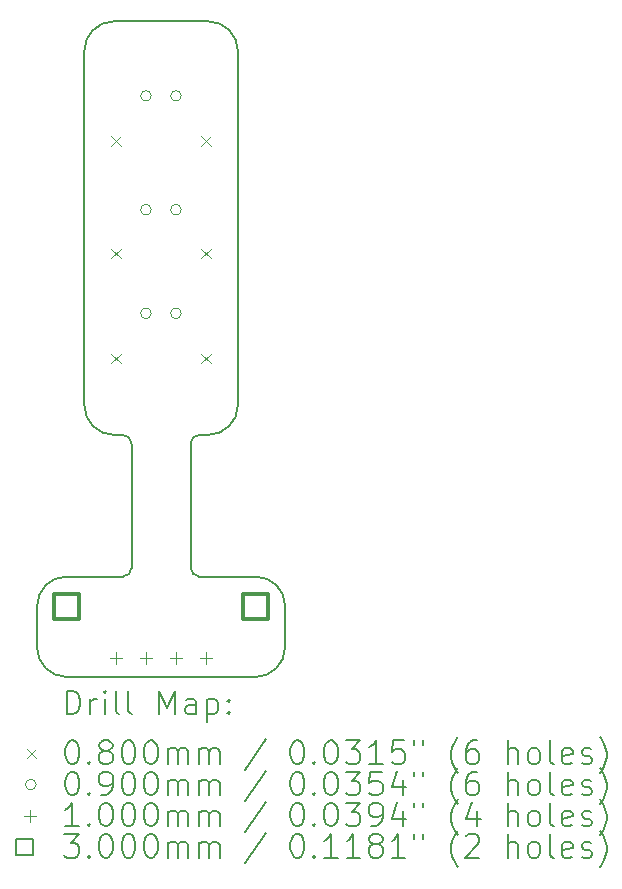
<source format=gbr>
%FSLAX45Y45*%
G04 Gerber Fmt 4.5, Leading zero omitted, Abs format (unit mm)*
G04 Created by KiCad (PCBNEW 6.0.5-a6ca702e91~116~ubuntu20.04.1) date 2022-06-20 08:29:19*
%MOMM*%
%LPD*%
G01*
G04 APERTURE LIST*
%TA.AperFunction,Profile*%
%ADD10C,0.150000*%
%TD*%
%ADD11C,0.200000*%
%ADD12C,0.080000*%
%ADD13C,0.090000*%
%ADD14C,0.100000*%
%ADD15C,0.300000*%
G04 APERTURE END LIST*
D10*
X10250000Y-9150000D02*
X10725000Y-9150000D01*
X12100000Y-9750000D02*
X12100000Y-9400000D01*
X10650000Y-4450000D02*
X11450000Y-4450000D01*
X10400000Y-7700000D02*
X10400000Y-4700000D01*
X11375000Y-9150000D02*
X11850000Y-9150000D01*
X11300000Y-9075000D02*
G75*
G03*
X11375000Y-9150000I75000J0D01*
G01*
X10725000Y-9150000D02*
G75*
G03*
X10800000Y-9075000I0J75000D01*
G01*
X10800000Y-8025000D02*
X10800000Y-9075000D01*
X11300000Y-8025000D02*
X11300000Y-9075000D01*
X11375000Y-7950000D02*
G75*
G03*
X11300000Y-8025000I0J-75000D01*
G01*
X10800000Y-8025000D02*
G75*
G03*
X10725000Y-7950000I-75000J0D01*
G01*
X10650000Y-7950000D02*
X10725000Y-7950000D01*
X11375000Y-7950000D02*
X11450000Y-7950000D01*
X10400000Y-7700000D02*
G75*
G03*
X10650000Y-7950000I250000J0D01*
G01*
X11450000Y-7950000D02*
G75*
G03*
X11700000Y-7700000I0J250000D01*
G01*
X11700000Y-7700000D02*
X11700000Y-4700000D01*
X10650000Y-4450000D02*
G75*
G03*
X10400000Y-4700000I0J-250000D01*
G01*
X11700000Y-4700000D02*
G75*
G03*
X11450000Y-4450000I-250000J0D01*
G01*
X12100000Y-9400000D02*
G75*
G03*
X11850000Y-9150000I-250000J0D01*
G01*
X10250000Y-9150000D02*
G75*
G03*
X10000000Y-9400000I0J-250000D01*
G01*
X10000000Y-9750000D02*
X10000000Y-9400000D01*
X10000000Y-9750000D02*
G75*
G03*
X10250000Y-10000000I250000J0D01*
G01*
X10250000Y-10000000D02*
X11850000Y-10000000D01*
X11850000Y-10000000D02*
G75*
G03*
X12100000Y-9750000I0J250000D01*
G01*
D11*
D12*
X10628000Y-5421000D02*
X10708000Y-5501000D01*
X10708000Y-5421000D02*
X10628000Y-5501000D01*
X10628000Y-6373500D02*
X10708000Y-6453500D01*
X10708000Y-6373500D02*
X10628000Y-6453500D01*
X10628000Y-7262500D02*
X10708000Y-7342500D01*
X10708000Y-7262500D02*
X10628000Y-7342500D01*
X11390000Y-5421000D02*
X11470000Y-5501000D01*
X11470000Y-5421000D02*
X11390000Y-5501000D01*
X11390000Y-6373500D02*
X11470000Y-6453500D01*
X11470000Y-6373500D02*
X11390000Y-6453500D01*
X11390000Y-7262500D02*
X11470000Y-7342500D01*
X11470000Y-7262500D02*
X11390000Y-7342500D01*
D13*
X10967000Y-5080000D02*
G75*
G03*
X10967000Y-5080000I-45000J0D01*
G01*
X10967000Y-6044500D02*
G75*
G03*
X10967000Y-6044500I-45000J0D01*
G01*
X10967000Y-6921500D02*
G75*
G03*
X10967000Y-6921500I-45000J0D01*
G01*
X11221000Y-5080000D02*
G75*
G03*
X11221000Y-5080000I-45000J0D01*
G01*
X11221000Y-6044500D02*
G75*
G03*
X11221000Y-6044500I-45000J0D01*
G01*
X11221000Y-6921500D02*
G75*
G03*
X11221000Y-6921500I-45000J0D01*
G01*
D14*
X10668000Y-9792500D02*
X10668000Y-9892500D01*
X10618000Y-9842500D02*
X10718000Y-9842500D01*
X10922000Y-9792500D02*
X10922000Y-9892500D01*
X10872000Y-9842500D02*
X10972000Y-9842500D01*
X11176000Y-9792500D02*
X11176000Y-9892500D01*
X11126000Y-9842500D02*
X11226000Y-9842500D01*
X11430000Y-9792500D02*
X11430000Y-9892500D01*
X11380000Y-9842500D02*
X11480000Y-9842500D01*
D15*
X10356067Y-9506067D02*
X10356067Y-9293933D01*
X10143933Y-9293933D01*
X10143933Y-9506067D01*
X10356067Y-9506067D01*
X11956067Y-9506067D02*
X11956067Y-9293933D01*
X11743933Y-9293933D01*
X11743933Y-9506067D01*
X11956067Y-9506067D01*
D11*
X10250119Y-10317976D02*
X10250119Y-10117976D01*
X10297738Y-10117976D01*
X10326310Y-10127500D01*
X10345357Y-10146548D01*
X10354881Y-10165595D01*
X10364405Y-10203690D01*
X10364405Y-10232262D01*
X10354881Y-10270357D01*
X10345357Y-10289405D01*
X10326310Y-10308452D01*
X10297738Y-10317976D01*
X10250119Y-10317976D01*
X10450119Y-10317976D02*
X10450119Y-10184643D01*
X10450119Y-10222738D02*
X10459643Y-10203690D01*
X10469167Y-10194167D01*
X10488214Y-10184643D01*
X10507262Y-10184643D01*
X10573929Y-10317976D02*
X10573929Y-10184643D01*
X10573929Y-10117976D02*
X10564405Y-10127500D01*
X10573929Y-10137024D01*
X10583452Y-10127500D01*
X10573929Y-10117976D01*
X10573929Y-10137024D01*
X10697738Y-10317976D02*
X10678690Y-10308452D01*
X10669167Y-10289405D01*
X10669167Y-10117976D01*
X10802500Y-10317976D02*
X10783452Y-10308452D01*
X10773929Y-10289405D01*
X10773929Y-10117976D01*
X11031071Y-10317976D02*
X11031071Y-10117976D01*
X11097738Y-10260833D01*
X11164405Y-10117976D01*
X11164405Y-10317976D01*
X11345357Y-10317976D02*
X11345357Y-10213214D01*
X11335833Y-10194167D01*
X11316786Y-10184643D01*
X11278690Y-10184643D01*
X11259643Y-10194167D01*
X11345357Y-10308452D02*
X11326309Y-10317976D01*
X11278690Y-10317976D01*
X11259643Y-10308452D01*
X11250119Y-10289405D01*
X11250119Y-10270357D01*
X11259643Y-10251310D01*
X11278690Y-10241786D01*
X11326309Y-10241786D01*
X11345357Y-10232262D01*
X11440595Y-10184643D02*
X11440595Y-10384643D01*
X11440595Y-10194167D02*
X11459643Y-10184643D01*
X11497738Y-10184643D01*
X11516786Y-10194167D01*
X11526309Y-10203690D01*
X11535833Y-10222738D01*
X11535833Y-10279881D01*
X11526309Y-10298929D01*
X11516786Y-10308452D01*
X11497738Y-10317976D01*
X11459643Y-10317976D01*
X11440595Y-10308452D01*
X11621548Y-10298929D02*
X11631071Y-10308452D01*
X11621548Y-10317976D01*
X11612024Y-10308452D01*
X11621548Y-10298929D01*
X11621548Y-10317976D01*
X11621548Y-10194167D02*
X11631071Y-10203690D01*
X11621548Y-10213214D01*
X11612024Y-10203690D01*
X11621548Y-10194167D01*
X11621548Y-10213214D01*
D12*
X9912500Y-10607500D02*
X9992500Y-10687500D01*
X9992500Y-10607500D02*
X9912500Y-10687500D01*
D11*
X10288214Y-10537976D02*
X10307262Y-10537976D01*
X10326310Y-10547500D01*
X10335833Y-10557024D01*
X10345357Y-10576071D01*
X10354881Y-10614167D01*
X10354881Y-10661786D01*
X10345357Y-10699881D01*
X10335833Y-10718929D01*
X10326310Y-10728452D01*
X10307262Y-10737976D01*
X10288214Y-10737976D01*
X10269167Y-10728452D01*
X10259643Y-10718929D01*
X10250119Y-10699881D01*
X10240595Y-10661786D01*
X10240595Y-10614167D01*
X10250119Y-10576071D01*
X10259643Y-10557024D01*
X10269167Y-10547500D01*
X10288214Y-10537976D01*
X10440595Y-10718929D02*
X10450119Y-10728452D01*
X10440595Y-10737976D01*
X10431071Y-10728452D01*
X10440595Y-10718929D01*
X10440595Y-10737976D01*
X10564405Y-10623690D02*
X10545357Y-10614167D01*
X10535833Y-10604643D01*
X10526310Y-10585595D01*
X10526310Y-10576071D01*
X10535833Y-10557024D01*
X10545357Y-10547500D01*
X10564405Y-10537976D01*
X10602500Y-10537976D01*
X10621548Y-10547500D01*
X10631071Y-10557024D01*
X10640595Y-10576071D01*
X10640595Y-10585595D01*
X10631071Y-10604643D01*
X10621548Y-10614167D01*
X10602500Y-10623690D01*
X10564405Y-10623690D01*
X10545357Y-10633214D01*
X10535833Y-10642738D01*
X10526310Y-10661786D01*
X10526310Y-10699881D01*
X10535833Y-10718929D01*
X10545357Y-10728452D01*
X10564405Y-10737976D01*
X10602500Y-10737976D01*
X10621548Y-10728452D01*
X10631071Y-10718929D01*
X10640595Y-10699881D01*
X10640595Y-10661786D01*
X10631071Y-10642738D01*
X10621548Y-10633214D01*
X10602500Y-10623690D01*
X10764405Y-10537976D02*
X10783452Y-10537976D01*
X10802500Y-10547500D01*
X10812024Y-10557024D01*
X10821548Y-10576071D01*
X10831071Y-10614167D01*
X10831071Y-10661786D01*
X10821548Y-10699881D01*
X10812024Y-10718929D01*
X10802500Y-10728452D01*
X10783452Y-10737976D01*
X10764405Y-10737976D01*
X10745357Y-10728452D01*
X10735833Y-10718929D01*
X10726310Y-10699881D01*
X10716786Y-10661786D01*
X10716786Y-10614167D01*
X10726310Y-10576071D01*
X10735833Y-10557024D01*
X10745357Y-10547500D01*
X10764405Y-10537976D01*
X10954881Y-10537976D02*
X10973929Y-10537976D01*
X10992976Y-10547500D01*
X11002500Y-10557024D01*
X11012024Y-10576071D01*
X11021548Y-10614167D01*
X11021548Y-10661786D01*
X11012024Y-10699881D01*
X11002500Y-10718929D01*
X10992976Y-10728452D01*
X10973929Y-10737976D01*
X10954881Y-10737976D01*
X10935833Y-10728452D01*
X10926310Y-10718929D01*
X10916786Y-10699881D01*
X10907262Y-10661786D01*
X10907262Y-10614167D01*
X10916786Y-10576071D01*
X10926310Y-10557024D01*
X10935833Y-10547500D01*
X10954881Y-10537976D01*
X11107262Y-10737976D02*
X11107262Y-10604643D01*
X11107262Y-10623690D02*
X11116786Y-10614167D01*
X11135833Y-10604643D01*
X11164405Y-10604643D01*
X11183452Y-10614167D01*
X11192976Y-10633214D01*
X11192976Y-10737976D01*
X11192976Y-10633214D02*
X11202500Y-10614167D01*
X11221548Y-10604643D01*
X11250119Y-10604643D01*
X11269167Y-10614167D01*
X11278690Y-10633214D01*
X11278690Y-10737976D01*
X11373928Y-10737976D02*
X11373928Y-10604643D01*
X11373928Y-10623690D02*
X11383452Y-10614167D01*
X11402500Y-10604643D01*
X11431071Y-10604643D01*
X11450119Y-10614167D01*
X11459643Y-10633214D01*
X11459643Y-10737976D01*
X11459643Y-10633214D02*
X11469167Y-10614167D01*
X11488214Y-10604643D01*
X11516786Y-10604643D01*
X11535833Y-10614167D01*
X11545357Y-10633214D01*
X11545357Y-10737976D01*
X11935833Y-10528452D02*
X11764405Y-10785595D01*
X12192976Y-10537976D02*
X12212024Y-10537976D01*
X12231071Y-10547500D01*
X12240595Y-10557024D01*
X12250119Y-10576071D01*
X12259643Y-10614167D01*
X12259643Y-10661786D01*
X12250119Y-10699881D01*
X12240595Y-10718929D01*
X12231071Y-10728452D01*
X12212024Y-10737976D01*
X12192976Y-10737976D01*
X12173928Y-10728452D01*
X12164405Y-10718929D01*
X12154881Y-10699881D01*
X12145357Y-10661786D01*
X12145357Y-10614167D01*
X12154881Y-10576071D01*
X12164405Y-10557024D01*
X12173928Y-10547500D01*
X12192976Y-10537976D01*
X12345357Y-10718929D02*
X12354881Y-10728452D01*
X12345357Y-10737976D01*
X12335833Y-10728452D01*
X12345357Y-10718929D01*
X12345357Y-10737976D01*
X12478690Y-10537976D02*
X12497738Y-10537976D01*
X12516786Y-10547500D01*
X12526309Y-10557024D01*
X12535833Y-10576071D01*
X12545357Y-10614167D01*
X12545357Y-10661786D01*
X12535833Y-10699881D01*
X12526309Y-10718929D01*
X12516786Y-10728452D01*
X12497738Y-10737976D01*
X12478690Y-10737976D01*
X12459643Y-10728452D01*
X12450119Y-10718929D01*
X12440595Y-10699881D01*
X12431071Y-10661786D01*
X12431071Y-10614167D01*
X12440595Y-10576071D01*
X12450119Y-10557024D01*
X12459643Y-10547500D01*
X12478690Y-10537976D01*
X12612024Y-10537976D02*
X12735833Y-10537976D01*
X12669167Y-10614167D01*
X12697738Y-10614167D01*
X12716786Y-10623690D01*
X12726309Y-10633214D01*
X12735833Y-10652262D01*
X12735833Y-10699881D01*
X12726309Y-10718929D01*
X12716786Y-10728452D01*
X12697738Y-10737976D01*
X12640595Y-10737976D01*
X12621548Y-10728452D01*
X12612024Y-10718929D01*
X12926309Y-10737976D02*
X12812024Y-10737976D01*
X12869167Y-10737976D02*
X12869167Y-10537976D01*
X12850119Y-10566548D01*
X12831071Y-10585595D01*
X12812024Y-10595119D01*
X13107262Y-10537976D02*
X13012024Y-10537976D01*
X13002500Y-10633214D01*
X13012024Y-10623690D01*
X13031071Y-10614167D01*
X13078690Y-10614167D01*
X13097738Y-10623690D01*
X13107262Y-10633214D01*
X13116786Y-10652262D01*
X13116786Y-10699881D01*
X13107262Y-10718929D01*
X13097738Y-10728452D01*
X13078690Y-10737976D01*
X13031071Y-10737976D01*
X13012024Y-10728452D01*
X13002500Y-10718929D01*
X13192976Y-10537976D02*
X13192976Y-10576071D01*
X13269167Y-10537976D02*
X13269167Y-10576071D01*
X13564405Y-10814167D02*
X13554881Y-10804643D01*
X13535833Y-10776071D01*
X13526309Y-10757024D01*
X13516786Y-10728452D01*
X13507262Y-10680833D01*
X13507262Y-10642738D01*
X13516786Y-10595119D01*
X13526309Y-10566548D01*
X13535833Y-10547500D01*
X13554881Y-10518929D01*
X13564405Y-10509405D01*
X13726309Y-10537976D02*
X13688214Y-10537976D01*
X13669167Y-10547500D01*
X13659643Y-10557024D01*
X13640595Y-10585595D01*
X13631071Y-10623690D01*
X13631071Y-10699881D01*
X13640595Y-10718929D01*
X13650119Y-10728452D01*
X13669167Y-10737976D01*
X13707262Y-10737976D01*
X13726309Y-10728452D01*
X13735833Y-10718929D01*
X13745357Y-10699881D01*
X13745357Y-10652262D01*
X13735833Y-10633214D01*
X13726309Y-10623690D01*
X13707262Y-10614167D01*
X13669167Y-10614167D01*
X13650119Y-10623690D01*
X13640595Y-10633214D01*
X13631071Y-10652262D01*
X13983452Y-10737976D02*
X13983452Y-10537976D01*
X14069167Y-10737976D02*
X14069167Y-10633214D01*
X14059643Y-10614167D01*
X14040595Y-10604643D01*
X14012024Y-10604643D01*
X13992976Y-10614167D01*
X13983452Y-10623690D01*
X14192976Y-10737976D02*
X14173928Y-10728452D01*
X14164405Y-10718929D01*
X14154881Y-10699881D01*
X14154881Y-10642738D01*
X14164405Y-10623690D01*
X14173928Y-10614167D01*
X14192976Y-10604643D01*
X14221548Y-10604643D01*
X14240595Y-10614167D01*
X14250119Y-10623690D01*
X14259643Y-10642738D01*
X14259643Y-10699881D01*
X14250119Y-10718929D01*
X14240595Y-10728452D01*
X14221548Y-10737976D01*
X14192976Y-10737976D01*
X14373928Y-10737976D02*
X14354881Y-10728452D01*
X14345357Y-10709405D01*
X14345357Y-10537976D01*
X14526309Y-10728452D02*
X14507262Y-10737976D01*
X14469167Y-10737976D01*
X14450119Y-10728452D01*
X14440595Y-10709405D01*
X14440595Y-10633214D01*
X14450119Y-10614167D01*
X14469167Y-10604643D01*
X14507262Y-10604643D01*
X14526309Y-10614167D01*
X14535833Y-10633214D01*
X14535833Y-10652262D01*
X14440595Y-10671310D01*
X14612024Y-10728452D02*
X14631071Y-10737976D01*
X14669167Y-10737976D01*
X14688214Y-10728452D01*
X14697738Y-10709405D01*
X14697738Y-10699881D01*
X14688214Y-10680833D01*
X14669167Y-10671310D01*
X14640595Y-10671310D01*
X14621548Y-10661786D01*
X14612024Y-10642738D01*
X14612024Y-10633214D01*
X14621548Y-10614167D01*
X14640595Y-10604643D01*
X14669167Y-10604643D01*
X14688214Y-10614167D01*
X14764405Y-10814167D02*
X14773928Y-10804643D01*
X14792976Y-10776071D01*
X14802500Y-10757024D01*
X14812024Y-10728452D01*
X14821548Y-10680833D01*
X14821548Y-10642738D01*
X14812024Y-10595119D01*
X14802500Y-10566548D01*
X14792976Y-10547500D01*
X14773928Y-10518929D01*
X14764405Y-10509405D01*
D13*
X9992500Y-10911500D02*
G75*
G03*
X9992500Y-10911500I-45000J0D01*
G01*
D11*
X10288214Y-10801976D02*
X10307262Y-10801976D01*
X10326310Y-10811500D01*
X10335833Y-10821024D01*
X10345357Y-10840071D01*
X10354881Y-10878167D01*
X10354881Y-10925786D01*
X10345357Y-10963881D01*
X10335833Y-10982929D01*
X10326310Y-10992452D01*
X10307262Y-11001976D01*
X10288214Y-11001976D01*
X10269167Y-10992452D01*
X10259643Y-10982929D01*
X10250119Y-10963881D01*
X10240595Y-10925786D01*
X10240595Y-10878167D01*
X10250119Y-10840071D01*
X10259643Y-10821024D01*
X10269167Y-10811500D01*
X10288214Y-10801976D01*
X10440595Y-10982929D02*
X10450119Y-10992452D01*
X10440595Y-11001976D01*
X10431071Y-10992452D01*
X10440595Y-10982929D01*
X10440595Y-11001976D01*
X10545357Y-11001976D02*
X10583452Y-11001976D01*
X10602500Y-10992452D01*
X10612024Y-10982929D01*
X10631071Y-10954357D01*
X10640595Y-10916262D01*
X10640595Y-10840071D01*
X10631071Y-10821024D01*
X10621548Y-10811500D01*
X10602500Y-10801976D01*
X10564405Y-10801976D01*
X10545357Y-10811500D01*
X10535833Y-10821024D01*
X10526310Y-10840071D01*
X10526310Y-10887690D01*
X10535833Y-10906738D01*
X10545357Y-10916262D01*
X10564405Y-10925786D01*
X10602500Y-10925786D01*
X10621548Y-10916262D01*
X10631071Y-10906738D01*
X10640595Y-10887690D01*
X10764405Y-10801976D02*
X10783452Y-10801976D01*
X10802500Y-10811500D01*
X10812024Y-10821024D01*
X10821548Y-10840071D01*
X10831071Y-10878167D01*
X10831071Y-10925786D01*
X10821548Y-10963881D01*
X10812024Y-10982929D01*
X10802500Y-10992452D01*
X10783452Y-11001976D01*
X10764405Y-11001976D01*
X10745357Y-10992452D01*
X10735833Y-10982929D01*
X10726310Y-10963881D01*
X10716786Y-10925786D01*
X10716786Y-10878167D01*
X10726310Y-10840071D01*
X10735833Y-10821024D01*
X10745357Y-10811500D01*
X10764405Y-10801976D01*
X10954881Y-10801976D02*
X10973929Y-10801976D01*
X10992976Y-10811500D01*
X11002500Y-10821024D01*
X11012024Y-10840071D01*
X11021548Y-10878167D01*
X11021548Y-10925786D01*
X11012024Y-10963881D01*
X11002500Y-10982929D01*
X10992976Y-10992452D01*
X10973929Y-11001976D01*
X10954881Y-11001976D01*
X10935833Y-10992452D01*
X10926310Y-10982929D01*
X10916786Y-10963881D01*
X10907262Y-10925786D01*
X10907262Y-10878167D01*
X10916786Y-10840071D01*
X10926310Y-10821024D01*
X10935833Y-10811500D01*
X10954881Y-10801976D01*
X11107262Y-11001976D02*
X11107262Y-10868643D01*
X11107262Y-10887690D02*
X11116786Y-10878167D01*
X11135833Y-10868643D01*
X11164405Y-10868643D01*
X11183452Y-10878167D01*
X11192976Y-10897214D01*
X11192976Y-11001976D01*
X11192976Y-10897214D02*
X11202500Y-10878167D01*
X11221548Y-10868643D01*
X11250119Y-10868643D01*
X11269167Y-10878167D01*
X11278690Y-10897214D01*
X11278690Y-11001976D01*
X11373928Y-11001976D02*
X11373928Y-10868643D01*
X11373928Y-10887690D02*
X11383452Y-10878167D01*
X11402500Y-10868643D01*
X11431071Y-10868643D01*
X11450119Y-10878167D01*
X11459643Y-10897214D01*
X11459643Y-11001976D01*
X11459643Y-10897214D02*
X11469167Y-10878167D01*
X11488214Y-10868643D01*
X11516786Y-10868643D01*
X11535833Y-10878167D01*
X11545357Y-10897214D01*
X11545357Y-11001976D01*
X11935833Y-10792452D02*
X11764405Y-11049595D01*
X12192976Y-10801976D02*
X12212024Y-10801976D01*
X12231071Y-10811500D01*
X12240595Y-10821024D01*
X12250119Y-10840071D01*
X12259643Y-10878167D01*
X12259643Y-10925786D01*
X12250119Y-10963881D01*
X12240595Y-10982929D01*
X12231071Y-10992452D01*
X12212024Y-11001976D01*
X12192976Y-11001976D01*
X12173928Y-10992452D01*
X12164405Y-10982929D01*
X12154881Y-10963881D01*
X12145357Y-10925786D01*
X12145357Y-10878167D01*
X12154881Y-10840071D01*
X12164405Y-10821024D01*
X12173928Y-10811500D01*
X12192976Y-10801976D01*
X12345357Y-10982929D02*
X12354881Y-10992452D01*
X12345357Y-11001976D01*
X12335833Y-10992452D01*
X12345357Y-10982929D01*
X12345357Y-11001976D01*
X12478690Y-10801976D02*
X12497738Y-10801976D01*
X12516786Y-10811500D01*
X12526309Y-10821024D01*
X12535833Y-10840071D01*
X12545357Y-10878167D01*
X12545357Y-10925786D01*
X12535833Y-10963881D01*
X12526309Y-10982929D01*
X12516786Y-10992452D01*
X12497738Y-11001976D01*
X12478690Y-11001976D01*
X12459643Y-10992452D01*
X12450119Y-10982929D01*
X12440595Y-10963881D01*
X12431071Y-10925786D01*
X12431071Y-10878167D01*
X12440595Y-10840071D01*
X12450119Y-10821024D01*
X12459643Y-10811500D01*
X12478690Y-10801976D01*
X12612024Y-10801976D02*
X12735833Y-10801976D01*
X12669167Y-10878167D01*
X12697738Y-10878167D01*
X12716786Y-10887690D01*
X12726309Y-10897214D01*
X12735833Y-10916262D01*
X12735833Y-10963881D01*
X12726309Y-10982929D01*
X12716786Y-10992452D01*
X12697738Y-11001976D01*
X12640595Y-11001976D01*
X12621548Y-10992452D01*
X12612024Y-10982929D01*
X12916786Y-10801976D02*
X12821548Y-10801976D01*
X12812024Y-10897214D01*
X12821548Y-10887690D01*
X12840595Y-10878167D01*
X12888214Y-10878167D01*
X12907262Y-10887690D01*
X12916786Y-10897214D01*
X12926309Y-10916262D01*
X12926309Y-10963881D01*
X12916786Y-10982929D01*
X12907262Y-10992452D01*
X12888214Y-11001976D01*
X12840595Y-11001976D01*
X12821548Y-10992452D01*
X12812024Y-10982929D01*
X13097738Y-10868643D02*
X13097738Y-11001976D01*
X13050119Y-10792452D02*
X13002500Y-10935310D01*
X13126309Y-10935310D01*
X13192976Y-10801976D02*
X13192976Y-10840071D01*
X13269167Y-10801976D02*
X13269167Y-10840071D01*
X13564405Y-11078167D02*
X13554881Y-11068643D01*
X13535833Y-11040071D01*
X13526309Y-11021024D01*
X13516786Y-10992452D01*
X13507262Y-10944833D01*
X13507262Y-10906738D01*
X13516786Y-10859119D01*
X13526309Y-10830548D01*
X13535833Y-10811500D01*
X13554881Y-10782929D01*
X13564405Y-10773405D01*
X13726309Y-10801976D02*
X13688214Y-10801976D01*
X13669167Y-10811500D01*
X13659643Y-10821024D01*
X13640595Y-10849595D01*
X13631071Y-10887690D01*
X13631071Y-10963881D01*
X13640595Y-10982929D01*
X13650119Y-10992452D01*
X13669167Y-11001976D01*
X13707262Y-11001976D01*
X13726309Y-10992452D01*
X13735833Y-10982929D01*
X13745357Y-10963881D01*
X13745357Y-10916262D01*
X13735833Y-10897214D01*
X13726309Y-10887690D01*
X13707262Y-10878167D01*
X13669167Y-10878167D01*
X13650119Y-10887690D01*
X13640595Y-10897214D01*
X13631071Y-10916262D01*
X13983452Y-11001976D02*
X13983452Y-10801976D01*
X14069167Y-11001976D02*
X14069167Y-10897214D01*
X14059643Y-10878167D01*
X14040595Y-10868643D01*
X14012024Y-10868643D01*
X13992976Y-10878167D01*
X13983452Y-10887690D01*
X14192976Y-11001976D02*
X14173928Y-10992452D01*
X14164405Y-10982929D01*
X14154881Y-10963881D01*
X14154881Y-10906738D01*
X14164405Y-10887690D01*
X14173928Y-10878167D01*
X14192976Y-10868643D01*
X14221548Y-10868643D01*
X14240595Y-10878167D01*
X14250119Y-10887690D01*
X14259643Y-10906738D01*
X14259643Y-10963881D01*
X14250119Y-10982929D01*
X14240595Y-10992452D01*
X14221548Y-11001976D01*
X14192976Y-11001976D01*
X14373928Y-11001976D02*
X14354881Y-10992452D01*
X14345357Y-10973405D01*
X14345357Y-10801976D01*
X14526309Y-10992452D02*
X14507262Y-11001976D01*
X14469167Y-11001976D01*
X14450119Y-10992452D01*
X14440595Y-10973405D01*
X14440595Y-10897214D01*
X14450119Y-10878167D01*
X14469167Y-10868643D01*
X14507262Y-10868643D01*
X14526309Y-10878167D01*
X14535833Y-10897214D01*
X14535833Y-10916262D01*
X14440595Y-10935310D01*
X14612024Y-10992452D02*
X14631071Y-11001976D01*
X14669167Y-11001976D01*
X14688214Y-10992452D01*
X14697738Y-10973405D01*
X14697738Y-10963881D01*
X14688214Y-10944833D01*
X14669167Y-10935310D01*
X14640595Y-10935310D01*
X14621548Y-10925786D01*
X14612024Y-10906738D01*
X14612024Y-10897214D01*
X14621548Y-10878167D01*
X14640595Y-10868643D01*
X14669167Y-10868643D01*
X14688214Y-10878167D01*
X14764405Y-11078167D02*
X14773928Y-11068643D01*
X14792976Y-11040071D01*
X14802500Y-11021024D01*
X14812024Y-10992452D01*
X14821548Y-10944833D01*
X14821548Y-10906738D01*
X14812024Y-10859119D01*
X14802500Y-10830548D01*
X14792976Y-10811500D01*
X14773928Y-10782929D01*
X14764405Y-10773405D01*
D14*
X9942500Y-11125500D02*
X9942500Y-11225500D01*
X9892500Y-11175500D02*
X9992500Y-11175500D01*
D11*
X10354881Y-11265976D02*
X10240595Y-11265976D01*
X10297738Y-11265976D02*
X10297738Y-11065976D01*
X10278690Y-11094548D01*
X10259643Y-11113595D01*
X10240595Y-11123119D01*
X10440595Y-11246928D02*
X10450119Y-11256452D01*
X10440595Y-11265976D01*
X10431071Y-11256452D01*
X10440595Y-11246928D01*
X10440595Y-11265976D01*
X10573929Y-11065976D02*
X10592976Y-11065976D01*
X10612024Y-11075500D01*
X10621548Y-11085024D01*
X10631071Y-11104071D01*
X10640595Y-11142167D01*
X10640595Y-11189786D01*
X10631071Y-11227881D01*
X10621548Y-11246928D01*
X10612024Y-11256452D01*
X10592976Y-11265976D01*
X10573929Y-11265976D01*
X10554881Y-11256452D01*
X10545357Y-11246928D01*
X10535833Y-11227881D01*
X10526310Y-11189786D01*
X10526310Y-11142167D01*
X10535833Y-11104071D01*
X10545357Y-11085024D01*
X10554881Y-11075500D01*
X10573929Y-11065976D01*
X10764405Y-11065976D02*
X10783452Y-11065976D01*
X10802500Y-11075500D01*
X10812024Y-11085024D01*
X10821548Y-11104071D01*
X10831071Y-11142167D01*
X10831071Y-11189786D01*
X10821548Y-11227881D01*
X10812024Y-11246928D01*
X10802500Y-11256452D01*
X10783452Y-11265976D01*
X10764405Y-11265976D01*
X10745357Y-11256452D01*
X10735833Y-11246928D01*
X10726310Y-11227881D01*
X10716786Y-11189786D01*
X10716786Y-11142167D01*
X10726310Y-11104071D01*
X10735833Y-11085024D01*
X10745357Y-11075500D01*
X10764405Y-11065976D01*
X10954881Y-11065976D02*
X10973929Y-11065976D01*
X10992976Y-11075500D01*
X11002500Y-11085024D01*
X11012024Y-11104071D01*
X11021548Y-11142167D01*
X11021548Y-11189786D01*
X11012024Y-11227881D01*
X11002500Y-11246928D01*
X10992976Y-11256452D01*
X10973929Y-11265976D01*
X10954881Y-11265976D01*
X10935833Y-11256452D01*
X10926310Y-11246928D01*
X10916786Y-11227881D01*
X10907262Y-11189786D01*
X10907262Y-11142167D01*
X10916786Y-11104071D01*
X10926310Y-11085024D01*
X10935833Y-11075500D01*
X10954881Y-11065976D01*
X11107262Y-11265976D02*
X11107262Y-11132643D01*
X11107262Y-11151690D02*
X11116786Y-11142167D01*
X11135833Y-11132643D01*
X11164405Y-11132643D01*
X11183452Y-11142167D01*
X11192976Y-11161214D01*
X11192976Y-11265976D01*
X11192976Y-11161214D02*
X11202500Y-11142167D01*
X11221548Y-11132643D01*
X11250119Y-11132643D01*
X11269167Y-11142167D01*
X11278690Y-11161214D01*
X11278690Y-11265976D01*
X11373928Y-11265976D02*
X11373928Y-11132643D01*
X11373928Y-11151690D02*
X11383452Y-11142167D01*
X11402500Y-11132643D01*
X11431071Y-11132643D01*
X11450119Y-11142167D01*
X11459643Y-11161214D01*
X11459643Y-11265976D01*
X11459643Y-11161214D02*
X11469167Y-11142167D01*
X11488214Y-11132643D01*
X11516786Y-11132643D01*
X11535833Y-11142167D01*
X11545357Y-11161214D01*
X11545357Y-11265976D01*
X11935833Y-11056452D02*
X11764405Y-11313595D01*
X12192976Y-11065976D02*
X12212024Y-11065976D01*
X12231071Y-11075500D01*
X12240595Y-11085024D01*
X12250119Y-11104071D01*
X12259643Y-11142167D01*
X12259643Y-11189786D01*
X12250119Y-11227881D01*
X12240595Y-11246928D01*
X12231071Y-11256452D01*
X12212024Y-11265976D01*
X12192976Y-11265976D01*
X12173928Y-11256452D01*
X12164405Y-11246928D01*
X12154881Y-11227881D01*
X12145357Y-11189786D01*
X12145357Y-11142167D01*
X12154881Y-11104071D01*
X12164405Y-11085024D01*
X12173928Y-11075500D01*
X12192976Y-11065976D01*
X12345357Y-11246928D02*
X12354881Y-11256452D01*
X12345357Y-11265976D01*
X12335833Y-11256452D01*
X12345357Y-11246928D01*
X12345357Y-11265976D01*
X12478690Y-11065976D02*
X12497738Y-11065976D01*
X12516786Y-11075500D01*
X12526309Y-11085024D01*
X12535833Y-11104071D01*
X12545357Y-11142167D01*
X12545357Y-11189786D01*
X12535833Y-11227881D01*
X12526309Y-11246928D01*
X12516786Y-11256452D01*
X12497738Y-11265976D01*
X12478690Y-11265976D01*
X12459643Y-11256452D01*
X12450119Y-11246928D01*
X12440595Y-11227881D01*
X12431071Y-11189786D01*
X12431071Y-11142167D01*
X12440595Y-11104071D01*
X12450119Y-11085024D01*
X12459643Y-11075500D01*
X12478690Y-11065976D01*
X12612024Y-11065976D02*
X12735833Y-11065976D01*
X12669167Y-11142167D01*
X12697738Y-11142167D01*
X12716786Y-11151690D01*
X12726309Y-11161214D01*
X12735833Y-11180262D01*
X12735833Y-11227881D01*
X12726309Y-11246928D01*
X12716786Y-11256452D01*
X12697738Y-11265976D01*
X12640595Y-11265976D01*
X12621548Y-11256452D01*
X12612024Y-11246928D01*
X12831071Y-11265976D02*
X12869167Y-11265976D01*
X12888214Y-11256452D01*
X12897738Y-11246928D01*
X12916786Y-11218357D01*
X12926309Y-11180262D01*
X12926309Y-11104071D01*
X12916786Y-11085024D01*
X12907262Y-11075500D01*
X12888214Y-11065976D01*
X12850119Y-11065976D01*
X12831071Y-11075500D01*
X12821548Y-11085024D01*
X12812024Y-11104071D01*
X12812024Y-11151690D01*
X12821548Y-11170738D01*
X12831071Y-11180262D01*
X12850119Y-11189786D01*
X12888214Y-11189786D01*
X12907262Y-11180262D01*
X12916786Y-11170738D01*
X12926309Y-11151690D01*
X13097738Y-11132643D02*
X13097738Y-11265976D01*
X13050119Y-11056452D02*
X13002500Y-11199309D01*
X13126309Y-11199309D01*
X13192976Y-11065976D02*
X13192976Y-11104071D01*
X13269167Y-11065976D02*
X13269167Y-11104071D01*
X13564405Y-11342167D02*
X13554881Y-11332643D01*
X13535833Y-11304071D01*
X13526309Y-11285024D01*
X13516786Y-11256452D01*
X13507262Y-11208833D01*
X13507262Y-11170738D01*
X13516786Y-11123119D01*
X13526309Y-11094548D01*
X13535833Y-11075500D01*
X13554881Y-11046929D01*
X13564405Y-11037405D01*
X13726309Y-11132643D02*
X13726309Y-11265976D01*
X13678690Y-11056452D02*
X13631071Y-11199309D01*
X13754881Y-11199309D01*
X13983452Y-11265976D02*
X13983452Y-11065976D01*
X14069167Y-11265976D02*
X14069167Y-11161214D01*
X14059643Y-11142167D01*
X14040595Y-11132643D01*
X14012024Y-11132643D01*
X13992976Y-11142167D01*
X13983452Y-11151690D01*
X14192976Y-11265976D02*
X14173928Y-11256452D01*
X14164405Y-11246928D01*
X14154881Y-11227881D01*
X14154881Y-11170738D01*
X14164405Y-11151690D01*
X14173928Y-11142167D01*
X14192976Y-11132643D01*
X14221548Y-11132643D01*
X14240595Y-11142167D01*
X14250119Y-11151690D01*
X14259643Y-11170738D01*
X14259643Y-11227881D01*
X14250119Y-11246928D01*
X14240595Y-11256452D01*
X14221548Y-11265976D01*
X14192976Y-11265976D01*
X14373928Y-11265976D02*
X14354881Y-11256452D01*
X14345357Y-11237405D01*
X14345357Y-11065976D01*
X14526309Y-11256452D02*
X14507262Y-11265976D01*
X14469167Y-11265976D01*
X14450119Y-11256452D01*
X14440595Y-11237405D01*
X14440595Y-11161214D01*
X14450119Y-11142167D01*
X14469167Y-11132643D01*
X14507262Y-11132643D01*
X14526309Y-11142167D01*
X14535833Y-11161214D01*
X14535833Y-11180262D01*
X14440595Y-11199309D01*
X14612024Y-11256452D02*
X14631071Y-11265976D01*
X14669167Y-11265976D01*
X14688214Y-11256452D01*
X14697738Y-11237405D01*
X14697738Y-11227881D01*
X14688214Y-11208833D01*
X14669167Y-11199309D01*
X14640595Y-11199309D01*
X14621548Y-11189786D01*
X14612024Y-11170738D01*
X14612024Y-11161214D01*
X14621548Y-11142167D01*
X14640595Y-11132643D01*
X14669167Y-11132643D01*
X14688214Y-11142167D01*
X14764405Y-11342167D02*
X14773928Y-11332643D01*
X14792976Y-11304071D01*
X14802500Y-11285024D01*
X14812024Y-11256452D01*
X14821548Y-11208833D01*
X14821548Y-11170738D01*
X14812024Y-11123119D01*
X14802500Y-11094548D01*
X14792976Y-11075500D01*
X14773928Y-11046929D01*
X14764405Y-11037405D01*
X9963211Y-11510211D02*
X9963211Y-11368789D01*
X9821789Y-11368789D01*
X9821789Y-11510211D01*
X9963211Y-11510211D01*
X10231071Y-11329976D02*
X10354881Y-11329976D01*
X10288214Y-11406167D01*
X10316786Y-11406167D01*
X10335833Y-11415690D01*
X10345357Y-11425214D01*
X10354881Y-11444262D01*
X10354881Y-11491881D01*
X10345357Y-11510928D01*
X10335833Y-11520452D01*
X10316786Y-11529976D01*
X10259643Y-11529976D01*
X10240595Y-11520452D01*
X10231071Y-11510928D01*
X10440595Y-11510928D02*
X10450119Y-11520452D01*
X10440595Y-11529976D01*
X10431071Y-11520452D01*
X10440595Y-11510928D01*
X10440595Y-11529976D01*
X10573929Y-11329976D02*
X10592976Y-11329976D01*
X10612024Y-11339500D01*
X10621548Y-11349024D01*
X10631071Y-11368071D01*
X10640595Y-11406167D01*
X10640595Y-11453786D01*
X10631071Y-11491881D01*
X10621548Y-11510928D01*
X10612024Y-11520452D01*
X10592976Y-11529976D01*
X10573929Y-11529976D01*
X10554881Y-11520452D01*
X10545357Y-11510928D01*
X10535833Y-11491881D01*
X10526310Y-11453786D01*
X10526310Y-11406167D01*
X10535833Y-11368071D01*
X10545357Y-11349024D01*
X10554881Y-11339500D01*
X10573929Y-11329976D01*
X10764405Y-11329976D02*
X10783452Y-11329976D01*
X10802500Y-11339500D01*
X10812024Y-11349024D01*
X10821548Y-11368071D01*
X10831071Y-11406167D01*
X10831071Y-11453786D01*
X10821548Y-11491881D01*
X10812024Y-11510928D01*
X10802500Y-11520452D01*
X10783452Y-11529976D01*
X10764405Y-11529976D01*
X10745357Y-11520452D01*
X10735833Y-11510928D01*
X10726310Y-11491881D01*
X10716786Y-11453786D01*
X10716786Y-11406167D01*
X10726310Y-11368071D01*
X10735833Y-11349024D01*
X10745357Y-11339500D01*
X10764405Y-11329976D01*
X10954881Y-11329976D02*
X10973929Y-11329976D01*
X10992976Y-11339500D01*
X11002500Y-11349024D01*
X11012024Y-11368071D01*
X11021548Y-11406167D01*
X11021548Y-11453786D01*
X11012024Y-11491881D01*
X11002500Y-11510928D01*
X10992976Y-11520452D01*
X10973929Y-11529976D01*
X10954881Y-11529976D01*
X10935833Y-11520452D01*
X10926310Y-11510928D01*
X10916786Y-11491881D01*
X10907262Y-11453786D01*
X10907262Y-11406167D01*
X10916786Y-11368071D01*
X10926310Y-11349024D01*
X10935833Y-11339500D01*
X10954881Y-11329976D01*
X11107262Y-11529976D02*
X11107262Y-11396643D01*
X11107262Y-11415690D02*
X11116786Y-11406167D01*
X11135833Y-11396643D01*
X11164405Y-11396643D01*
X11183452Y-11406167D01*
X11192976Y-11425214D01*
X11192976Y-11529976D01*
X11192976Y-11425214D02*
X11202500Y-11406167D01*
X11221548Y-11396643D01*
X11250119Y-11396643D01*
X11269167Y-11406167D01*
X11278690Y-11425214D01*
X11278690Y-11529976D01*
X11373928Y-11529976D02*
X11373928Y-11396643D01*
X11373928Y-11415690D02*
X11383452Y-11406167D01*
X11402500Y-11396643D01*
X11431071Y-11396643D01*
X11450119Y-11406167D01*
X11459643Y-11425214D01*
X11459643Y-11529976D01*
X11459643Y-11425214D02*
X11469167Y-11406167D01*
X11488214Y-11396643D01*
X11516786Y-11396643D01*
X11535833Y-11406167D01*
X11545357Y-11425214D01*
X11545357Y-11529976D01*
X11935833Y-11320452D02*
X11764405Y-11577595D01*
X12192976Y-11329976D02*
X12212024Y-11329976D01*
X12231071Y-11339500D01*
X12240595Y-11349024D01*
X12250119Y-11368071D01*
X12259643Y-11406167D01*
X12259643Y-11453786D01*
X12250119Y-11491881D01*
X12240595Y-11510928D01*
X12231071Y-11520452D01*
X12212024Y-11529976D01*
X12192976Y-11529976D01*
X12173928Y-11520452D01*
X12164405Y-11510928D01*
X12154881Y-11491881D01*
X12145357Y-11453786D01*
X12145357Y-11406167D01*
X12154881Y-11368071D01*
X12164405Y-11349024D01*
X12173928Y-11339500D01*
X12192976Y-11329976D01*
X12345357Y-11510928D02*
X12354881Y-11520452D01*
X12345357Y-11529976D01*
X12335833Y-11520452D01*
X12345357Y-11510928D01*
X12345357Y-11529976D01*
X12545357Y-11529976D02*
X12431071Y-11529976D01*
X12488214Y-11529976D02*
X12488214Y-11329976D01*
X12469167Y-11358548D01*
X12450119Y-11377595D01*
X12431071Y-11387119D01*
X12735833Y-11529976D02*
X12621548Y-11529976D01*
X12678690Y-11529976D02*
X12678690Y-11329976D01*
X12659643Y-11358548D01*
X12640595Y-11377595D01*
X12621548Y-11387119D01*
X12850119Y-11415690D02*
X12831071Y-11406167D01*
X12821548Y-11396643D01*
X12812024Y-11377595D01*
X12812024Y-11368071D01*
X12821548Y-11349024D01*
X12831071Y-11339500D01*
X12850119Y-11329976D01*
X12888214Y-11329976D01*
X12907262Y-11339500D01*
X12916786Y-11349024D01*
X12926309Y-11368071D01*
X12926309Y-11377595D01*
X12916786Y-11396643D01*
X12907262Y-11406167D01*
X12888214Y-11415690D01*
X12850119Y-11415690D01*
X12831071Y-11425214D01*
X12821548Y-11434738D01*
X12812024Y-11453786D01*
X12812024Y-11491881D01*
X12821548Y-11510928D01*
X12831071Y-11520452D01*
X12850119Y-11529976D01*
X12888214Y-11529976D01*
X12907262Y-11520452D01*
X12916786Y-11510928D01*
X12926309Y-11491881D01*
X12926309Y-11453786D01*
X12916786Y-11434738D01*
X12907262Y-11425214D01*
X12888214Y-11415690D01*
X13116786Y-11529976D02*
X13002500Y-11529976D01*
X13059643Y-11529976D02*
X13059643Y-11329976D01*
X13040595Y-11358548D01*
X13021548Y-11377595D01*
X13002500Y-11387119D01*
X13192976Y-11329976D02*
X13192976Y-11368071D01*
X13269167Y-11329976D02*
X13269167Y-11368071D01*
X13564405Y-11606167D02*
X13554881Y-11596643D01*
X13535833Y-11568071D01*
X13526309Y-11549024D01*
X13516786Y-11520452D01*
X13507262Y-11472833D01*
X13507262Y-11434738D01*
X13516786Y-11387119D01*
X13526309Y-11358548D01*
X13535833Y-11339500D01*
X13554881Y-11310928D01*
X13564405Y-11301405D01*
X13631071Y-11349024D02*
X13640595Y-11339500D01*
X13659643Y-11329976D01*
X13707262Y-11329976D01*
X13726309Y-11339500D01*
X13735833Y-11349024D01*
X13745357Y-11368071D01*
X13745357Y-11387119D01*
X13735833Y-11415690D01*
X13621548Y-11529976D01*
X13745357Y-11529976D01*
X13983452Y-11529976D02*
X13983452Y-11329976D01*
X14069167Y-11529976D02*
X14069167Y-11425214D01*
X14059643Y-11406167D01*
X14040595Y-11396643D01*
X14012024Y-11396643D01*
X13992976Y-11406167D01*
X13983452Y-11415690D01*
X14192976Y-11529976D02*
X14173928Y-11520452D01*
X14164405Y-11510928D01*
X14154881Y-11491881D01*
X14154881Y-11434738D01*
X14164405Y-11415690D01*
X14173928Y-11406167D01*
X14192976Y-11396643D01*
X14221548Y-11396643D01*
X14240595Y-11406167D01*
X14250119Y-11415690D01*
X14259643Y-11434738D01*
X14259643Y-11491881D01*
X14250119Y-11510928D01*
X14240595Y-11520452D01*
X14221548Y-11529976D01*
X14192976Y-11529976D01*
X14373928Y-11529976D02*
X14354881Y-11520452D01*
X14345357Y-11501405D01*
X14345357Y-11329976D01*
X14526309Y-11520452D02*
X14507262Y-11529976D01*
X14469167Y-11529976D01*
X14450119Y-11520452D01*
X14440595Y-11501405D01*
X14440595Y-11425214D01*
X14450119Y-11406167D01*
X14469167Y-11396643D01*
X14507262Y-11396643D01*
X14526309Y-11406167D01*
X14535833Y-11425214D01*
X14535833Y-11444262D01*
X14440595Y-11463309D01*
X14612024Y-11520452D02*
X14631071Y-11529976D01*
X14669167Y-11529976D01*
X14688214Y-11520452D01*
X14697738Y-11501405D01*
X14697738Y-11491881D01*
X14688214Y-11472833D01*
X14669167Y-11463309D01*
X14640595Y-11463309D01*
X14621548Y-11453786D01*
X14612024Y-11434738D01*
X14612024Y-11425214D01*
X14621548Y-11406167D01*
X14640595Y-11396643D01*
X14669167Y-11396643D01*
X14688214Y-11406167D01*
X14764405Y-11606167D02*
X14773928Y-11596643D01*
X14792976Y-11568071D01*
X14802500Y-11549024D01*
X14812024Y-11520452D01*
X14821548Y-11472833D01*
X14821548Y-11434738D01*
X14812024Y-11387119D01*
X14802500Y-11358548D01*
X14792976Y-11339500D01*
X14773928Y-11310928D01*
X14764405Y-11301405D01*
M02*

</source>
